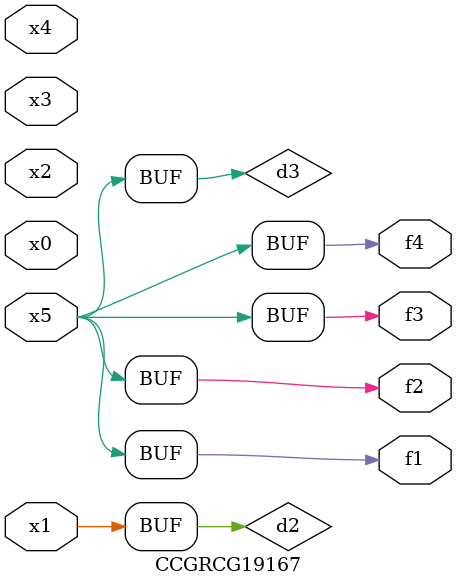
<source format=v>
module CCGRCG19167(
	input x0, x1, x2, x3, x4, x5,
	output f1, f2, f3, f4
);

	wire d1, d2, d3;

	not (d1, x5);
	or (d2, x1);
	xnor (d3, d1);
	assign f1 = d3;
	assign f2 = d3;
	assign f3 = d3;
	assign f4 = d3;
endmodule

</source>
